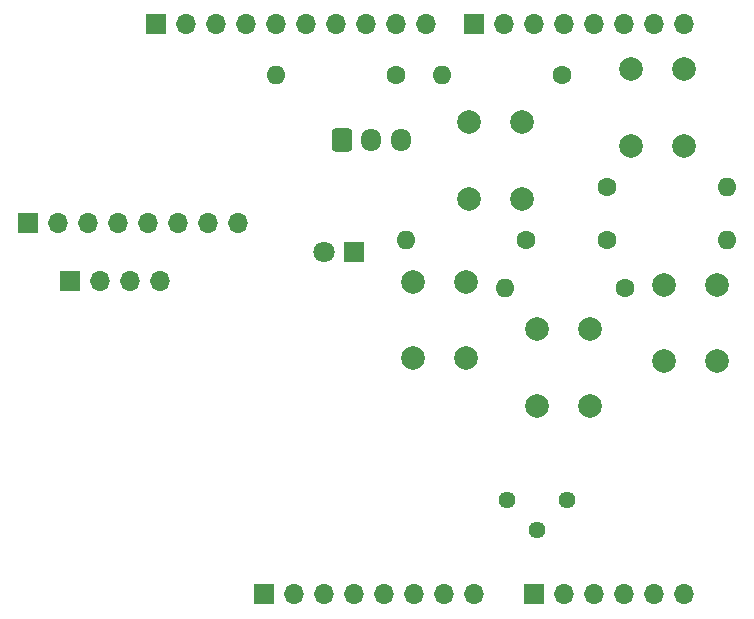
<source format=gbr>
%TF.GenerationSoftware,KiCad,Pcbnew,8.0.8*%
%TF.CreationDate,2025-01-31T10:38:55-07:00*%
%TF.ProjectId,Uno_Shield_ThermoPro,556e6f5f-5368-4696-956c-645f54686572,rev?*%
%TF.SameCoordinates,Original*%
%TF.FileFunction,Soldermask,Bot*%
%TF.FilePolarity,Negative*%
%FSLAX46Y46*%
G04 Gerber Fmt 4.6, Leading zero omitted, Abs format (unit mm)*
G04 Created by KiCad (PCBNEW 8.0.8) date 2025-01-31 10:38:55*
%MOMM*%
%LPD*%
G01*
G04 APERTURE LIST*
G04 Aperture macros list*
%AMRoundRect*
0 Rectangle with rounded corners*
0 $1 Rounding radius*
0 $2 $3 $4 $5 $6 $7 $8 $9 X,Y pos of 4 corners*
0 Add a 4 corners polygon primitive as box body*
4,1,4,$2,$3,$4,$5,$6,$7,$8,$9,$2,$3,0*
0 Add four circle primitives for the rounded corners*
1,1,$1+$1,$2,$3*
1,1,$1+$1,$4,$5*
1,1,$1+$1,$6,$7*
1,1,$1+$1,$8,$9*
0 Add four rect primitives between the rounded corners*
20,1,$1+$1,$2,$3,$4,$5,0*
20,1,$1+$1,$4,$5,$6,$7,0*
20,1,$1+$1,$6,$7,$8,$9,0*
20,1,$1+$1,$8,$9,$2,$3,0*%
G04 Aperture macros list end*
%ADD10C,1.600000*%
%ADD11O,1.600000X1.600000*%
%ADD12RoundRect,0.250000X-0.600000X-0.725000X0.600000X-0.725000X0.600000X0.725000X-0.600000X0.725000X0*%
%ADD13O,1.700000X1.950000*%
%ADD14R,1.700000X1.700000*%
%ADD15O,1.700000X1.700000*%
%ADD16C,2.000000*%
%ADD17R,1.800000X1.800000*%
%ADD18C,1.800000*%
%ADD19C,1.440000*%
G04 APERTURE END LIST*
D10*
%TO.C,R5*%
X156920000Y-67500000D03*
D11*
X167080000Y-67500000D03*
%TD*%
D10*
%TO.C,R4*%
X158500000Y-71500000D03*
D11*
X148340000Y-71500000D03*
%TD*%
D10*
%TO.C,R3*%
X153160000Y-53500000D03*
D11*
X143000000Y-53500000D03*
%TD*%
D10*
%TO.C,R2*%
X156920000Y-63000000D03*
D11*
X167080000Y-63000000D03*
%TD*%
D10*
%TO.C,R1*%
X139080000Y-53500000D03*
D11*
X128920000Y-53500000D03*
%TD*%
D12*
%TO.C,J7*%
X134500000Y-59000000D03*
D13*
X137000000Y-59000000D03*
X139500000Y-59000000D03*
%TD*%
D14*
%TO.C,J1*%
X127940000Y-97460000D03*
D15*
X130480000Y-97460000D03*
X133020000Y-97460000D03*
X135560000Y-97460000D03*
X138100000Y-97460000D03*
X140640000Y-97460000D03*
X143180000Y-97460000D03*
X145720000Y-97460000D03*
%TD*%
D14*
%TO.C,J3*%
X150800000Y-97460000D03*
D15*
X153340000Y-97460000D03*
X155880000Y-97460000D03*
X158420000Y-97460000D03*
X160960000Y-97460000D03*
X163500000Y-97460000D03*
%TD*%
D14*
%TO.C,J2*%
X118796000Y-49200000D03*
D15*
X121336000Y-49200000D03*
X123876000Y-49200000D03*
X126416000Y-49200000D03*
X128956000Y-49200000D03*
X131496000Y-49200000D03*
X134036000Y-49200000D03*
X136576000Y-49200000D03*
X139116000Y-49200000D03*
X141656000Y-49200000D03*
%TD*%
%TO.C,J4*%
X163500000Y-49200000D03*
X160960000Y-49200000D03*
X158420000Y-49200000D03*
X155880000Y-49200000D03*
X153340000Y-49200000D03*
X150800000Y-49200000D03*
X148260000Y-49200000D03*
D14*
X145720000Y-49200000D03*
%TD*%
D16*
%TO.C,SW4*%
X161750000Y-77750000D03*
X161750000Y-71250000D03*
X166250000Y-77750000D03*
X166250000Y-71250000D03*
%TD*%
D17*
%TO.C,D1*%
X135500000Y-68500000D03*
D18*
X132960000Y-68500000D03*
%TD*%
D16*
%TO.C,SW5*%
X140500000Y-77500000D03*
X140500000Y-71000000D03*
X145000000Y-77500000D03*
X145000000Y-71000000D03*
%TD*%
%TO.C,SW2*%
X149750000Y-57500000D03*
X149750000Y-64000000D03*
X145250000Y-57500000D03*
X145250000Y-64000000D03*
%TD*%
D14*
%TO.C,J6*%
X111500000Y-70975000D03*
D15*
X114040000Y-70975000D03*
X116580000Y-70975000D03*
X119120000Y-70975000D03*
%TD*%
D16*
%TO.C,SW1*%
X159000000Y-59500000D03*
X159000000Y-53000000D03*
X163500000Y-59500000D03*
X163500000Y-53000000D03*
%TD*%
D19*
%TO.C,RV1*%
X148500000Y-89500000D03*
X151040000Y-92040000D03*
X153580000Y-89500000D03*
%TD*%
D14*
%TO.C,J5*%
X107920000Y-66000000D03*
D15*
X110460000Y-66000000D03*
X113000000Y-66000000D03*
X115540000Y-66000000D03*
X118080000Y-66000000D03*
X120620000Y-66000000D03*
X123160000Y-66000000D03*
X125700000Y-66000000D03*
%TD*%
D10*
%TO.C,R6*%
X150080000Y-67500000D03*
D11*
X139920000Y-67500000D03*
%TD*%
D16*
%TO.C,SW3*%
X155500000Y-75000000D03*
X155500000Y-81500000D03*
X151000000Y-75000000D03*
X151000000Y-81500000D03*
%TD*%
M02*

</source>
